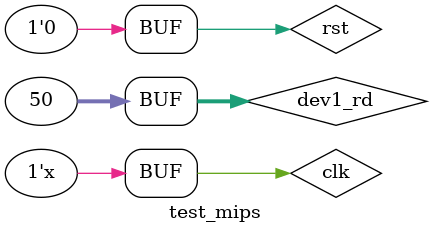
<source format=v>
module test_mips;
  
  reg clk,rst;
  reg [31:0] dev1_rd;
  
  mips mips_wsz(clk, rst, dev1_rd);
  
  initial
  begin
    dev1_rd = 32'b0;
    rst=0;
		clk=0;
		#50 rst=1;
		#70 rst=0;
		#2000 dev1_rd = 32'd66;
		#50000 dev1_rd=32'd50;
  end
  
  
  always
  begin
    #100 clk = ~clk;
  end
  
endmodule

</source>
